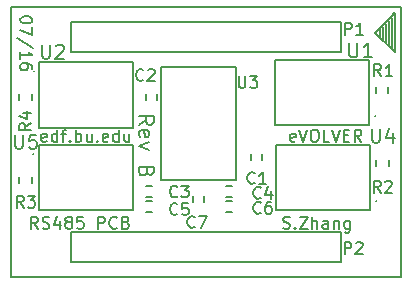
<source format=gbr>
G04 #@! TF.FileFunction,Legend,Top*
%FSLAX46Y46*%
G04 Gerber Fmt 4.6, Leading zero omitted, Abs format (unit mm)*
G04 Created by KiCad (PCBNEW 4.0.3+e1-6302~38~ubuntu14.04.1-stable) date Fri Aug 19 15:40:57 2016*
%MOMM*%
%LPD*%
G01*
G04 APERTURE LIST*
%ADD10C,0.100000*%
%ADD11C,0.200000*%
%ADD12C,0.152400*%
%ADD13C,0.150000*%
G04 APERTURE END LIST*
D10*
D11*
X201422000Y-86868000D02*
X201422000Y-87630000D01*
X201676000Y-86741000D02*
X201676000Y-87884000D01*
X201930000Y-86487000D02*
X201930000Y-88011000D01*
X202184000Y-86233000D02*
X202184000Y-88392000D01*
X202438000Y-85979000D02*
X202438000Y-88646000D01*
X202692000Y-85598000D02*
X202565000Y-85598000D01*
X202692000Y-88900000D02*
X202692000Y-85598000D01*
X201041000Y-87249000D02*
X202692000Y-88900000D01*
X202692000Y-85598000D02*
X201041000Y-87249000D01*
D12*
X193233524Y-103789238D02*
X193378667Y-103837619D01*
X193620571Y-103837619D01*
X193717333Y-103789238D01*
X193765714Y-103740857D01*
X193814095Y-103644095D01*
X193814095Y-103547333D01*
X193765714Y-103450571D01*
X193717333Y-103402190D01*
X193620571Y-103353810D01*
X193427048Y-103305429D01*
X193330286Y-103257048D01*
X193281905Y-103208667D01*
X193233524Y-103111905D01*
X193233524Y-103015143D01*
X193281905Y-102918381D01*
X193330286Y-102870000D01*
X193427048Y-102821619D01*
X193668952Y-102821619D01*
X193814095Y-102870000D01*
X194249524Y-103740857D02*
X194297905Y-103789238D01*
X194249524Y-103837619D01*
X194201143Y-103789238D01*
X194249524Y-103740857D01*
X194249524Y-103837619D01*
X194636572Y-102821619D02*
X195313905Y-102821619D01*
X194636572Y-103837619D01*
X195313905Y-103837619D01*
X195700953Y-103837619D02*
X195700953Y-102821619D01*
X196136381Y-103837619D02*
X196136381Y-103305429D01*
X196088000Y-103208667D01*
X195991238Y-103160286D01*
X195846096Y-103160286D01*
X195749334Y-103208667D01*
X195700953Y-103257048D01*
X197055619Y-103837619D02*
X197055619Y-103305429D01*
X197007238Y-103208667D01*
X196910476Y-103160286D01*
X196716953Y-103160286D01*
X196620191Y-103208667D01*
X197055619Y-103789238D02*
X196958857Y-103837619D01*
X196716953Y-103837619D01*
X196620191Y-103789238D01*
X196571810Y-103692476D01*
X196571810Y-103595714D01*
X196620191Y-103498952D01*
X196716953Y-103450571D01*
X196958857Y-103450571D01*
X197055619Y-103402190D01*
X197539429Y-103160286D02*
X197539429Y-103837619D01*
X197539429Y-103257048D02*
X197587810Y-103208667D01*
X197684572Y-103160286D01*
X197829714Y-103160286D01*
X197926476Y-103208667D01*
X197974857Y-103305429D01*
X197974857Y-103837619D01*
X198894095Y-103160286D02*
X198894095Y-103982762D01*
X198845714Y-104079524D01*
X198797333Y-104127905D01*
X198700572Y-104176286D01*
X198555429Y-104176286D01*
X198458667Y-104127905D01*
X198894095Y-103789238D02*
X198797333Y-103837619D01*
X198603810Y-103837619D01*
X198507048Y-103789238D01*
X198458667Y-103740857D01*
X198410286Y-103644095D01*
X198410286Y-103353810D01*
X198458667Y-103257048D01*
X198507048Y-103208667D01*
X198603810Y-103160286D01*
X198797333Y-103160286D01*
X198894095Y-103208667D01*
X172006381Y-86106001D02*
X172006381Y-86202762D01*
X171958000Y-86299524D01*
X171909619Y-86347905D01*
X171812857Y-86396286D01*
X171619333Y-86444667D01*
X171377429Y-86444667D01*
X171183905Y-86396286D01*
X171087143Y-86347905D01*
X171038762Y-86299524D01*
X170990381Y-86202762D01*
X170990381Y-86106001D01*
X171038762Y-86009239D01*
X171087143Y-85960858D01*
X171183905Y-85912477D01*
X171377429Y-85864096D01*
X171619333Y-85864096D01*
X171812857Y-85912477D01*
X171909619Y-85960858D01*
X171958000Y-86009239D01*
X172006381Y-86106001D01*
X172006381Y-86783334D02*
X172006381Y-87460667D01*
X170990381Y-87025239D01*
X172054762Y-88573429D02*
X170748476Y-87702572D01*
X170990381Y-89444286D02*
X170990381Y-88863715D01*
X170990381Y-89154001D02*
X172006381Y-89154001D01*
X171861238Y-89057239D01*
X171764476Y-88960477D01*
X171716095Y-88863715D01*
X172006381Y-90315143D02*
X172006381Y-90121620D01*
X171958000Y-90024858D01*
X171909619Y-89976477D01*
X171764476Y-89879715D01*
X171570952Y-89831334D01*
X171183905Y-89831334D01*
X171087143Y-89879715D01*
X171038762Y-89928096D01*
X170990381Y-90024858D01*
X170990381Y-90218381D01*
X171038762Y-90315143D01*
X171087143Y-90363524D01*
X171183905Y-90411905D01*
X171425810Y-90411905D01*
X171522571Y-90363524D01*
X171570952Y-90315143D01*
X171619333Y-90218381D01*
X171619333Y-90024858D01*
X171570952Y-89928096D01*
X171522571Y-89879715D01*
X171425810Y-89831334D01*
X181035476Y-95020191D02*
X181640238Y-94596858D01*
X181035476Y-94294477D02*
X182305476Y-94294477D01*
X182305476Y-94778286D01*
X182245000Y-94899239D01*
X182184524Y-94959715D01*
X182063571Y-95020191D01*
X181882143Y-95020191D01*
X181761190Y-94959715D01*
X181700714Y-94899239D01*
X181640238Y-94778286D01*
X181640238Y-94294477D01*
X181095952Y-96048286D02*
X181035476Y-95927334D01*
X181035476Y-95685429D01*
X181095952Y-95564477D01*
X181216905Y-95504001D01*
X181700714Y-95504001D01*
X181821667Y-95564477D01*
X181882143Y-95685429D01*
X181882143Y-95927334D01*
X181821667Y-96048286D01*
X181700714Y-96108763D01*
X181579762Y-96108763D01*
X181458810Y-95504001D01*
X181882143Y-96532096D02*
X181035476Y-96834477D01*
X181882143Y-97136857D01*
X181700714Y-99011619D02*
X181640238Y-99193048D01*
X181579762Y-99253524D01*
X181458810Y-99314000D01*
X181277381Y-99314000D01*
X181156429Y-99253524D01*
X181095952Y-99193048D01*
X181035476Y-99072095D01*
X181035476Y-98588286D01*
X182305476Y-98588286D01*
X182305476Y-99011619D01*
X182245000Y-99132572D01*
X182184524Y-99193048D01*
X182063571Y-99253524D01*
X181942619Y-99253524D01*
X181821667Y-99193048D01*
X181761190Y-99132572D01*
X181700714Y-99011619D01*
X181700714Y-98588286D01*
X172490191Y-103837619D02*
X172151525Y-103353810D01*
X171909620Y-103837619D02*
X171909620Y-102821619D01*
X172296667Y-102821619D01*
X172393429Y-102870000D01*
X172441810Y-102918381D01*
X172490191Y-103015143D01*
X172490191Y-103160286D01*
X172441810Y-103257048D01*
X172393429Y-103305429D01*
X172296667Y-103353810D01*
X171909620Y-103353810D01*
X172877239Y-103789238D02*
X173022382Y-103837619D01*
X173264286Y-103837619D01*
X173361048Y-103789238D01*
X173409429Y-103740857D01*
X173457810Y-103644095D01*
X173457810Y-103547333D01*
X173409429Y-103450571D01*
X173361048Y-103402190D01*
X173264286Y-103353810D01*
X173070763Y-103305429D01*
X172974001Y-103257048D01*
X172925620Y-103208667D01*
X172877239Y-103111905D01*
X172877239Y-103015143D01*
X172925620Y-102918381D01*
X172974001Y-102870000D01*
X173070763Y-102821619D01*
X173312667Y-102821619D01*
X173457810Y-102870000D01*
X174328667Y-103160286D02*
X174328667Y-103837619D01*
X174086763Y-102773238D02*
X173844858Y-103498952D01*
X174473810Y-103498952D01*
X175006001Y-103257048D02*
X174909239Y-103208667D01*
X174860858Y-103160286D01*
X174812477Y-103063524D01*
X174812477Y-103015143D01*
X174860858Y-102918381D01*
X174909239Y-102870000D01*
X175006001Y-102821619D01*
X175199524Y-102821619D01*
X175296286Y-102870000D01*
X175344667Y-102918381D01*
X175393048Y-103015143D01*
X175393048Y-103063524D01*
X175344667Y-103160286D01*
X175296286Y-103208667D01*
X175199524Y-103257048D01*
X175006001Y-103257048D01*
X174909239Y-103305429D01*
X174860858Y-103353810D01*
X174812477Y-103450571D01*
X174812477Y-103644095D01*
X174860858Y-103740857D01*
X174909239Y-103789238D01*
X175006001Y-103837619D01*
X175199524Y-103837619D01*
X175296286Y-103789238D01*
X175344667Y-103740857D01*
X175393048Y-103644095D01*
X175393048Y-103450571D01*
X175344667Y-103353810D01*
X175296286Y-103305429D01*
X175199524Y-103257048D01*
X176312286Y-102821619D02*
X175828477Y-102821619D01*
X175780096Y-103305429D01*
X175828477Y-103257048D01*
X175925239Y-103208667D01*
X176167143Y-103208667D01*
X176263905Y-103257048D01*
X176312286Y-103305429D01*
X176360667Y-103402190D01*
X176360667Y-103644095D01*
X176312286Y-103740857D01*
X176263905Y-103789238D01*
X176167143Y-103837619D01*
X175925239Y-103837619D01*
X175828477Y-103789238D01*
X175780096Y-103740857D01*
X177570191Y-103837619D02*
X177570191Y-102821619D01*
X177957238Y-102821619D01*
X178054000Y-102870000D01*
X178102381Y-102918381D01*
X178150762Y-103015143D01*
X178150762Y-103160286D01*
X178102381Y-103257048D01*
X178054000Y-103305429D01*
X177957238Y-103353810D01*
X177570191Y-103353810D01*
X179166762Y-103740857D02*
X179118381Y-103789238D01*
X178973238Y-103837619D01*
X178876476Y-103837619D01*
X178731334Y-103789238D01*
X178634572Y-103692476D01*
X178586191Y-103595714D01*
X178537810Y-103402190D01*
X178537810Y-103257048D01*
X178586191Y-103063524D01*
X178634572Y-102966762D01*
X178731334Y-102870000D01*
X178876476Y-102821619D01*
X178973238Y-102821619D01*
X179118381Y-102870000D01*
X179166762Y-102918381D01*
X179940857Y-103305429D02*
X180086000Y-103353810D01*
X180134381Y-103402190D01*
X180182762Y-103498952D01*
X180182762Y-103644095D01*
X180134381Y-103740857D01*
X180086000Y-103789238D01*
X179989238Y-103837619D01*
X179602191Y-103837619D01*
X179602191Y-102821619D01*
X179940857Y-102821619D01*
X180037619Y-102870000D01*
X180086000Y-102918381D01*
X180134381Y-103015143D01*
X180134381Y-103111905D01*
X180086000Y-103208667D01*
X180037619Y-103257048D01*
X179940857Y-103305429D01*
X179602191Y-103305429D01*
X194261619Y-96423238D02*
X194164857Y-96471619D01*
X193971334Y-96471619D01*
X193874572Y-96423238D01*
X193826191Y-96326476D01*
X193826191Y-95939429D01*
X193874572Y-95842667D01*
X193971334Y-95794286D01*
X194164857Y-95794286D01*
X194261619Y-95842667D01*
X194310000Y-95939429D01*
X194310000Y-96036190D01*
X193826191Y-96132952D01*
X194600286Y-95455619D02*
X194938953Y-96471619D01*
X195277619Y-95455619D01*
X195809810Y-95455619D02*
X196003333Y-95455619D01*
X196100095Y-95504000D01*
X196196857Y-95600762D01*
X196245238Y-95794286D01*
X196245238Y-96132952D01*
X196196857Y-96326476D01*
X196100095Y-96423238D01*
X196003333Y-96471619D01*
X195809810Y-96471619D01*
X195713048Y-96423238D01*
X195616286Y-96326476D01*
X195567905Y-96132952D01*
X195567905Y-95794286D01*
X195616286Y-95600762D01*
X195713048Y-95504000D01*
X195809810Y-95455619D01*
X197164476Y-96471619D02*
X196680667Y-96471619D01*
X196680667Y-95455619D01*
X197358000Y-95455619D02*
X197696667Y-96471619D01*
X198035333Y-95455619D01*
X198374000Y-95939429D02*
X198712666Y-95939429D01*
X198857809Y-96471619D02*
X198374000Y-96471619D01*
X198374000Y-95455619D01*
X198857809Y-95455619D01*
X199873809Y-96471619D02*
X199535143Y-95987810D01*
X199293238Y-96471619D02*
X199293238Y-95455619D01*
X199680285Y-95455619D01*
X199777047Y-95504000D01*
X199825428Y-95552381D01*
X199873809Y-95649143D01*
X199873809Y-95794286D01*
X199825428Y-95891048D01*
X199777047Y-95939429D01*
X199680285Y-95987810D01*
X199293238Y-95987810D01*
X173215905Y-96423238D02*
X173119143Y-96471619D01*
X172925620Y-96471619D01*
X172828858Y-96423238D01*
X172780477Y-96326476D01*
X172780477Y-95939429D01*
X172828858Y-95842667D01*
X172925620Y-95794286D01*
X173119143Y-95794286D01*
X173215905Y-95842667D01*
X173264286Y-95939429D01*
X173264286Y-96036190D01*
X172780477Y-96132952D01*
X174135143Y-96471619D02*
X174135143Y-95455619D01*
X174135143Y-96423238D02*
X174038381Y-96471619D01*
X173844858Y-96471619D01*
X173748096Y-96423238D01*
X173699715Y-96374857D01*
X173651334Y-96278095D01*
X173651334Y-95987810D01*
X173699715Y-95891048D01*
X173748096Y-95842667D01*
X173844858Y-95794286D01*
X174038381Y-95794286D01*
X174135143Y-95842667D01*
X174473810Y-95794286D02*
X174860858Y-95794286D01*
X174618953Y-96471619D02*
X174618953Y-95600762D01*
X174667334Y-95504000D01*
X174764096Y-95455619D01*
X174860858Y-95455619D01*
X175199524Y-96374857D02*
X175247905Y-96423238D01*
X175199524Y-96471619D01*
X175151143Y-96423238D01*
X175199524Y-96374857D01*
X175199524Y-96471619D01*
X175683334Y-96471619D02*
X175683334Y-95455619D01*
X175683334Y-95842667D02*
X175780096Y-95794286D01*
X175973619Y-95794286D01*
X176070381Y-95842667D01*
X176118762Y-95891048D01*
X176167143Y-95987810D01*
X176167143Y-96278095D01*
X176118762Y-96374857D01*
X176070381Y-96423238D01*
X175973619Y-96471619D01*
X175780096Y-96471619D01*
X175683334Y-96423238D01*
X177038000Y-95794286D02*
X177038000Y-96471619D01*
X176602572Y-95794286D02*
X176602572Y-96326476D01*
X176650953Y-96423238D01*
X176747715Y-96471619D01*
X176892857Y-96471619D01*
X176989619Y-96423238D01*
X177038000Y-96374857D01*
X177521810Y-96374857D02*
X177570191Y-96423238D01*
X177521810Y-96471619D01*
X177473429Y-96423238D01*
X177521810Y-96374857D01*
X177521810Y-96471619D01*
X178392667Y-96423238D02*
X178295905Y-96471619D01*
X178102382Y-96471619D01*
X178005620Y-96423238D01*
X177957239Y-96326476D01*
X177957239Y-95939429D01*
X178005620Y-95842667D01*
X178102382Y-95794286D01*
X178295905Y-95794286D01*
X178392667Y-95842667D01*
X178441048Y-95939429D01*
X178441048Y-96036190D01*
X177957239Y-96132952D01*
X179311905Y-96471619D02*
X179311905Y-95455619D01*
X179311905Y-96423238D02*
X179215143Y-96471619D01*
X179021620Y-96471619D01*
X178924858Y-96423238D01*
X178876477Y-96374857D01*
X178828096Y-96278095D01*
X178828096Y-95987810D01*
X178876477Y-95891048D01*
X178924858Y-95842667D01*
X179021620Y-95794286D01*
X179215143Y-95794286D01*
X179311905Y-95842667D01*
X180231143Y-95794286D02*
X180231143Y-96471619D01*
X179795715Y-95794286D02*
X179795715Y-96326476D01*
X179844096Y-96423238D01*
X179940858Y-96471619D01*
X180086000Y-96471619D01*
X180182762Y-96423238D01*
X180231143Y-96374857D01*
D13*
X170180000Y-107950000D02*
X170180000Y-85090000D01*
X203200000Y-107950000D02*
X170180000Y-107950000D01*
X203200000Y-85090000D02*
X203200000Y-107950000D01*
X170180000Y-85090000D02*
X203200000Y-85090000D01*
X190533000Y-97540000D02*
X190533000Y-98040000D01*
X191483000Y-98040000D02*
X191483000Y-97540000D01*
X182593000Y-92960000D02*
X182593000Y-92460000D01*
X181643000Y-92460000D02*
X181643000Y-92960000D01*
X181677500Y-101186000D02*
X182177500Y-101186000D01*
X182177500Y-100236000D02*
X181677500Y-100236000D01*
X188408500Y-101186000D02*
X188908500Y-101186000D01*
X188908500Y-100236000D02*
X188408500Y-100236000D01*
X181677500Y-102456000D02*
X182177500Y-102456000D01*
X182177500Y-101506000D02*
X181677500Y-101506000D01*
X188408500Y-102456000D02*
X188908500Y-102456000D01*
X188908500Y-101506000D02*
X188408500Y-101506000D01*
X186530000Y-101532500D02*
X186530000Y-101032500D01*
X185580000Y-101032500D02*
X185580000Y-101532500D01*
X202137500Y-92325000D02*
X202137500Y-91825000D01*
X201087500Y-91825000D02*
X201087500Y-92325000D01*
X201151000Y-98048000D02*
X201151000Y-98548000D01*
X202201000Y-98548000D02*
X202201000Y-98048000D01*
X170925000Y-99445000D02*
X170925000Y-99945000D01*
X171975000Y-99945000D02*
X171975000Y-99445000D01*
X189230000Y-99695000D02*
X189230000Y-90170000D01*
X189230000Y-90170000D02*
X182880000Y-90170000D01*
X182880000Y-90170000D02*
X182880000Y-99695000D01*
X182880000Y-99695000D02*
X189230000Y-99695000D01*
X171975000Y-92960000D02*
X171975000Y-92460000D01*
X170925000Y-92460000D02*
X170925000Y-92960000D01*
X198120000Y-88900000D02*
X198120000Y-86360000D01*
X198120000Y-86360000D02*
X175260000Y-86360000D01*
X175260000Y-86360000D02*
X175260000Y-88900000D01*
X175260000Y-88900000D02*
X198120000Y-88900000D01*
X198120000Y-106680000D02*
X198120000Y-104140000D01*
X198120000Y-104140000D02*
X175260000Y-104140000D01*
X175260000Y-104140000D02*
X175260000Y-106680000D01*
X175260000Y-106680000D02*
X198120000Y-106680000D01*
X201059696Y-94259400D02*
G75*
G03X201059696Y-94259400I-56796J0D01*
G01*
X192540000Y-95035600D02*
X200525000Y-95035600D01*
X200525000Y-95035600D02*
X200525000Y-89514400D01*
X200525000Y-89514400D02*
X192540000Y-89514400D01*
X192540000Y-89514400D02*
X192540000Y-95035600D01*
X201123196Y-101498400D02*
G75*
G03X201123196Y-101498400I-56796J0D01*
G01*
X192603500Y-102274600D02*
X200588500Y-102274600D01*
X200588500Y-102274600D02*
X200588500Y-96753400D01*
X200588500Y-96753400D02*
X192603500Y-96753400D01*
X192603500Y-96753400D02*
X192603500Y-102274600D01*
X172116396Y-97510600D02*
G75*
G03X172116396Y-97510600I-56796J0D01*
G01*
X180522500Y-96734400D02*
X172537500Y-96734400D01*
X172537500Y-96734400D02*
X172537500Y-102255600D01*
X172537500Y-102255600D02*
X180522500Y-102255600D01*
X180522500Y-102255600D02*
X180522500Y-96734400D01*
X172116396Y-90525600D02*
G75*
G03X172116396Y-90525600I-56796J0D01*
G01*
X180522500Y-89749400D02*
X172537500Y-89749400D01*
X172537500Y-89749400D02*
X172537500Y-95270600D01*
X172537500Y-95270600D02*
X180522500Y-95270600D01*
X180522500Y-95270600D02*
X180522500Y-89749400D01*
X190841334Y-99950543D02*
X190793715Y-99998162D01*
X190650858Y-100045781D01*
X190555620Y-100045781D01*
X190412762Y-99998162D01*
X190317524Y-99902924D01*
X190269905Y-99807686D01*
X190222286Y-99617210D01*
X190222286Y-99474352D01*
X190269905Y-99283876D01*
X190317524Y-99188638D01*
X190412762Y-99093400D01*
X190555620Y-99045781D01*
X190650858Y-99045781D01*
X190793715Y-99093400D01*
X190841334Y-99141019D01*
X191793715Y-100045781D02*
X191222286Y-100045781D01*
X191508000Y-100045781D02*
X191508000Y-99045781D01*
X191412762Y-99188638D01*
X191317524Y-99283876D01*
X191222286Y-99331495D01*
X181417934Y-91238343D02*
X181370315Y-91285962D01*
X181227458Y-91333581D01*
X181132220Y-91333581D01*
X180989362Y-91285962D01*
X180894124Y-91190724D01*
X180846505Y-91095486D01*
X180798886Y-90905010D01*
X180798886Y-90762152D01*
X180846505Y-90571676D01*
X180894124Y-90476438D01*
X180989362Y-90381200D01*
X181132220Y-90333581D01*
X181227458Y-90333581D01*
X181370315Y-90381200D01*
X181417934Y-90428819D01*
X181798886Y-90428819D02*
X181846505Y-90381200D01*
X181941743Y-90333581D01*
X182179839Y-90333581D01*
X182275077Y-90381200D01*
X182322696Y-90428819D01*
X182370315Y-90524057D01*
X182370315Y-90619295D01*
X182322696Y-90762152D01*
X181751267Y-91333581D01*
X182370315Y-91333581D01*
X184288134Y-101093543D02*
X184240515Y-101141162D01*
X184097658Y-101188781D01*
X184002420Y-101188781D01*
X183859562Y-101141162D01*
X183764324Y-101045924D01*
X183716705Y-100950686D01*
X183669086Y-100760210D01*
X183669086Y-100617352D01*
X183716705Y-100426876D01*
X183764324Y-100331638D01*
X183859562Y-100236400D01*
X184002420Y-100188781D01*
X184097658Y-100188781D01*
X184240515Y-100236400D01*
X184288134Y-100284019D01*
X184621467Y-100188781D02*
X185240515Y-100188781D01*
X184907181Y-100569733D01*
X185050039Y-100569733D01*
X185145277Y-100617352D01*
X185192896Y-100664971D01*
X185240515Y-100760210D01*
X185240515Y-100998305D01*
X185192896Y-101093543D01*
X185145277Y-101141162D01*
X185050039Y-101188781D01*
X184764324Y-101188781D01*
X184669086Y-101141162D01*
X184621467Y-101093543D01*
X191349334Y-101195143D02*
X191301715Y-101242762D01*
X191158858Y-101290381D01*
X191063620Y-101290381D01*
X190920762Y-101242762D01*
X190825524Y-101147524D01*
X190777905Y-101052286D01*
X190730286Y-100861810D01*
X190730286Y-100718952D01*
X190777905Y-100528476D01*
X190825524Y-100433238D01*
X190920762Y-100338000D01*
X191063620Y-100290381D01*
X191158858Y-100290381D01*
X191301715Y-100338000D01*
X191349334Y-100385619D01*
X192206477Y-100623714D02*
X192206477Y-101290381D01*
X191968381Y-100242762D02*
X191730286Y-100957048D01*
X192349334Y-100957048D01*
X184288134Y-102566743D02*
X184240515Y-102614362D01*
X184097658Y-102661981D01*
X184002420Y-102661981D01*
X183859562Y-102614362D01*
X183764324Y-102519124D01*
X183716705Y-102423886D01*
X183669086Y-102233410D01*
X183669086Y-102090552D01*
X183716705Y-101900076D01*
X183764324Y-101804838D01*
X183859562Y-101709600D01*
X184002420Y-101661981D01*
X184097658Y-101661981D01*
X184240515Y-101709600D01*
X184288134Y-101757219D01*
X185192896Y-101661981D02*
X184716705Y-101661981D01*
X184669086Y-102138171D01*
X184716705Y-102090552D01*
X184811943Y-102042933D01*
X185050039Y-102042933D01*
X185145277Y-102090552D01*
X185192896Y-102138171D01*
X185240515Y-102233410D01*
X185240515Y-102471505D01*
X185192896Y-102566743D01*
X185145277Y-102614362D01*
X185050039Y-102661981D01*
X184811943Y-102661981D01*
X184716705Y-102614362D01*
X184669086Y-102566743D01*
X191349334Y-102465143D02*
X191301715Y-102512762D01*
X191158858Y-102560381D01*
X191063620Y-102560381D01*
X190920762Y-102512762D01*
X190825524Y-102417524D01*
X190777905Y-102322286D01*
X190730286Y-102131810D01*
X190730286Y-101988952D01*
X190777905Y-101798476D01*
X190825524Y-101703238D01*
X190920762Y-101608000D01*
X191063620Y-101560381D01*
X191158858Y-101560381D01*
X191301715Y-101608000D01*
X191349334Y-101655619D01*
X192206477Y-101560381D02*
X192016000Y-101560381D01*
X191920762Y-101608000D01*
X191873143Y-101655619D01*
X191777905Y-101798476D01*
X191730286Y-101988952D01*
X191730286Y-102369905D01*
X191777905Y-102465143D01*
X191825524Y-102512762D01*
X191920762Y-102560381D01*
X192111239Y-102560381D01*
X192206477Y-102512762D01*
X192254096Y-102465143D01*
X192301715Y-102369905D01*
X192301715Y-102131810D01*
X192254096Y-102036571D01*
X192206477Y-101988952D01*
X192111239Y-101941333D01*
X191920762Y-101941333D01*
X191825524Y-101988952D01*
X191777905Y-102036571D01*
X191730286Y-102131810D01*
X185761334Y-103671643D02*
X185713715Y-103719262D01*
X185570858Y-103766881D01*
X185475620Y-103766881D01*
X185332762Y-103719262D01*
X185237524Y-103624024D01*
X185189905Y-103528786D01*
X185142286Y-103338310D01*
X185142286Y-103195452D01*
X185189905Y-103004976D01*
X185237524Y-102909738D01*
X185332762Y-102814500D01*
X185475620Y-102766881D01*
X185570858Y-102766881D01*
X185713715Y-102814500D01*
X185761334Y-102862119D01*
X186094667Y-102766881D02*
X186761334Y-102766881D01*
X186332762Y-103766881D01*
X201534734Y-90901781D02*
X201201400Y-90425590D01*
X200963305Y-90901781D02*
X200963305Y-89901781D01*
X201344258Y-89901781D01*
X201439496Y-89949400D01*
X201487115Y-89997019D01*
X201534734Y-90092257D01*
X201534734Y-90235114D01*
X201487115Y-90330352D01*
X201439496Y-90377971D01*
X201344258Y-90425590D01*
X200963305Y-90425590D01*
X202487115Y-90901781D02*
X201915686Y-90901781D01*
X202201400Y-90901781D02*
X202201400Y-89901781D01*
X202106162Y-90044638D01*
X202010924Y-90139876D01*
X201915686Y-90187495D01*
X201509334Y-100782381D02*
X201176000Y-100306190D01*
X200937905Y-100782381D02*
X200937905Y-99782381D01*
X201318858Y-99782381D01*
X201414096Y-99830000D01*
X201461715Y-99877619D01*
X201509334Y-99972857D01*
X201509334Y-100115714D01*
X201461715Y-100210952D01*
X201414096Y-100258571D01*
X201318858Y-100306190D01*
X200937905Y-100306190D01*
X201890286Y-99877619D02*
X201937905Y-99830000D01*
X202033143Y-99782381D01*
X202271239Y-99782381D01*
X202366477Y-99830000D01*
X202414096Y-99877619D01*
X202461715Y-99972857D01*
X202461715Y-100068095D01*
X202414096Y-100210952D01*
X201842667Y-100782381D01*
X202461715Y-100782381D01*
X171283334Y-102052381D02*
X170950000Y-101576190D01*
X170711905Y-102052381D02*
X170711905Y-101052381D01*
X171092858Y-101052381D01*
X171188096Y-101100000D01*
X171235715Y-101147619D01*
X171283334Y-101242857D01*
X171283334Y-101385714D01*
X171235715Y-101480952D01*
X171188096Y-101528571D01*
X171092858Y-101576190D01*
X170711905Y-101576190D01*
X171616667Y-101052381D02*
X172235715Y-101052381D01*
X171902381Y-101433333D01*
X172045239Y-101433333D01*
X172140477Y-101480952D01*
X172188096Y-101528571D01*
X172235715Y-101623810D01*
X172235715Y-101861905D01*
X172188096Y-101957143D01*
X172140477Y-102004762D01*
X172045239Y-102052381D01*
X171759524Y-102052381D01*
X171664286Y-102004762D01*
X171616667Y-101957143D01*
X189484095Y-90892381D02*
X189484095Y-91701905D01*
X189531714Y-91797143D01*
X189579333Y-91844762D01*
X189674571Y-91892381D01*
X189865048Y-91892381D01*
X189960286Y-91844762D01*
X190007905Y-91797143D01*
X190055524Y-91701905D01*
X190055524Y-90892381D01*
X190436476Y-90892381D02*
X191055524Y-90892381D01*
X190722190Y-91273333D01*
X190865048Y-91273333D01*
X190960286Y-91320952D01*
X191007905Y-91368571D01*
X191055524Y-91463810D01*
X191055524Y-91701905D01*
X191007905Y-91797143D01*
X190960286Y-91844762D01*
X190865048Y-91892381D01*
X190579333Y-91892381D01*
X190484095Y-91844762D01*
X190436476Y-91797143D01*
X171902381Y-94908666D02*
X171426190Y-95242000D01*
X171902381Y-95480095D02*
X170902381Y-95480095D01*
X170902381Y-95099142D01*
X170950000Y-95003904D01*
X170997619Y-94956285D01*
X171092857Y-94908666D01*
X171235714Y-94908666D01*
X171330952Y-94956285D01*
X171378571Y-95003904D01*
X171426190Y-95099142D01*
X171426190Y-95480095D01*
X171235714Y-94051523D02*
X171902381Y-94051523D01*
X170854762Y-94289619D02*
X171569048Y-94527714D01*
X171569048Y-93908666D01*
X198499505Y-87396581D02*
X198499505Y-86396581D01*
X198880458Y-86396581D01*
X198975696Y-86444200D01*
X199023315Y-86491819D01*
X199070934Y-86587057D01*
X199070934Y-86729914D01*
X199023315Y-86825152D01*
X198975696Y-86872771D01*
X198880458Y-86920390D01*
X198499505Y-86920390D01*
X200023315Y-87396581D02*
X199451886Y-87396581D01*
X199737600Y-87396581D02*
X199737600Y-86396581D01*
X199642362Y-86539438D01*
X199547124Y-86634676D01*
X199451886Y-86682295D01*
X198448705Y-105963981D02*
X198448705Y-104963981D01*
X198829658Y-104963981D01*
X198924896Y-105011600D01*
X198972515Y-105059219D01*
X199020134Y-105154457D01*
X199020134Y-105297314D01*
X198972515Y-105392552D01*
X198924896Y-105440171D01*
X198829658Y-105487790D01*
X198448705Y-105487790D01*
X199401086Y-105059219D02*
X199448705Y-105011600D01*
X199543943Y-104963981D01*
X199782039Y-104963981D01*
X199877277Y-105011600D01*
X199924896Y-105059219D01*
X199972515Y-105154457D01*
X199972515Y-105249695D01*
X199924896Y-105392552D01*
X199353467Y-105963981D01*
X199972515Y-105963981D01*
X198856714Y-88115857D02*
X198856714Y-89087286D01*
X198913857Y-89201571D01*
X198971000Y-89258714D01*
X199085286Y-89315857D01*
X199313857Y-89315857D01*
X199428143Y-89258714D01*
X199485286Y-89201571D01*
X199542429Y-89087286D01*
X199542429Y-88115857D01*
X200742429Y-89315857D02*
X200056714Y-89315857D01*
X200399572Y-89315857D02*
X200399572Y-88115857D01*
X200285286Y-88287286D01*
X200171000Y-88401571D01*
X200056714Y-88458714D01*
X200761714Y-95354857D02*
X200761714Y-96326286D01*
X200818857Y-96440571D01*
X200876000Y-96497714D01*
X200990286Y-96554857D01*
X201218857Y-96554857D01*
X201333143Y-96497714D01*
X201390286Y-96440571D01*
X201447429Y-96326286D01*
X201447429Y-95354857D01*
X202533143Y-95754857D02*
X202533143Y-96554857D01*
X202247429Y-95297714D02*
X201961714Y-96154857D01*
X202704572Y-96154857D01*
X170535714Y-95862857D02*
X170535714Y-96834286D01*
X170592857Y-96948571D01*
X170650000Y-97005714D01*
X170764286Y-97062857D01*
X170992857Y-97062857D01*
X171107143Y-97005714D01*
X171164286Y-96948571D01*
X171221429Y-96834286D01*
X171221429Y-95862857D01*
X172364286Y-95862857D02*
X171792857Y-95862857D01*
X171735714Y-96434286D01*
X171792857Y-96377143D01*
X171907143Y-96320000D01*
X172192857Y-96320000D01*
X172307143Y-96377143D01*
X172364286Y-96434286D01*
X172421429Y-96548571D01*
X172421429Y-96834286D01*
X172364286Y-96948571D01*
X172307143Y-97005714D01*
X172192857Y-97062857D01*
X171907143Y-97062857D01*
X171792857Y-97005714D01*
X171735714Y-96948571D01*
X172821714Y-88242857D02*
X172821714Y-89214286D01*
X172878857Y-89328571D01*
X172936000Y-89385714D01*
X173050286Y-89442857D01*
X173278857Y-89442857D01*
X173393143Y-89385714D01*
X173450286Y-89328571D01*
X173507429Y-89214286D01*
X173507429Y-88242857D01*
X174021714Y-88357143D02*
X174078857Y-88300000D01*
X174193143Y-88242857D01*
X174478857Y-88242857D01*
X174593143Y-88300000D01*
X174650286Y-88357143D01*
X174707429Y-88471429D01*
X174707429Y-88585714D01*
X174650286Y-88757143D01*
X173964572Y-89442857D01*
X174707429Y-89442857D01*
M02*

</source>
